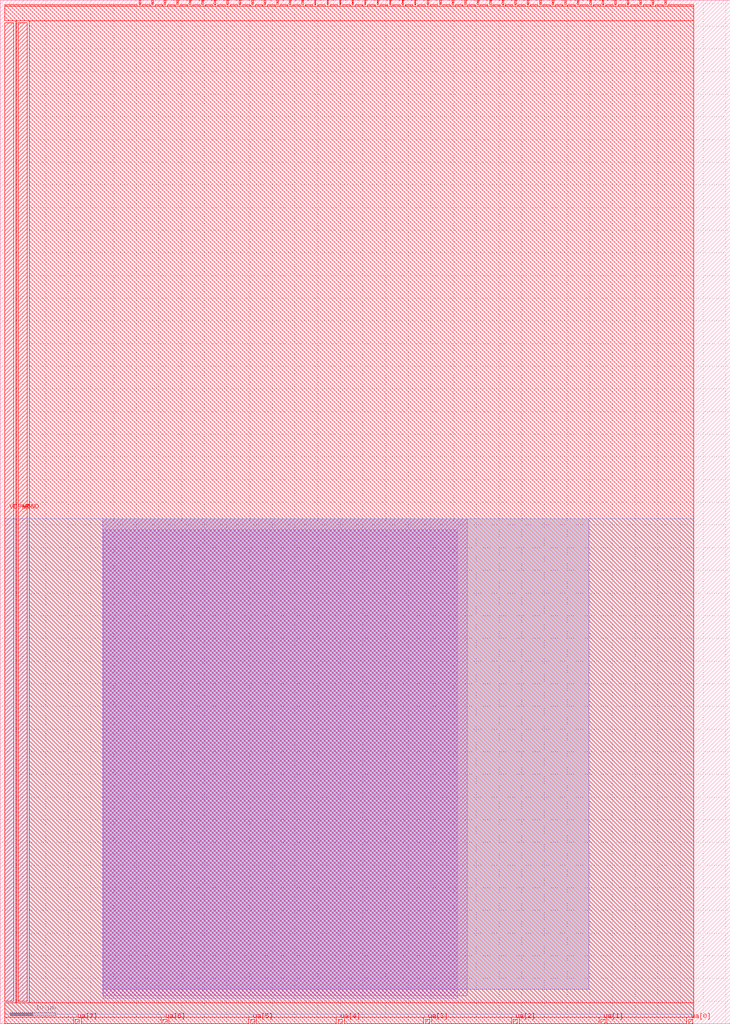
<source format=lef>
VERSION 5.7 ;
  NOWIREEXTENSIONATPIN ON ;
  DIVIDERCHAR "/" ;
  BUSBITCHARS "[]" ;
MACRO tt_um_tt05_analog_test
  CLASS BLOCK ;
  FOREIGN tt_um_tt05_analog_test ;
  ORIGIN 0.000 0.000 ;
  SIZE 161.000 BY 225.760 ;
  PIN clk
    DIRECTION INPUT ;
    USE SIGNAL ;
    PORT
      LAYER met4 ;
        RECT 143.830 224.760 144.130 225.760 ;
    END
  END clk
  PIN ena
    DIRECTION INPUT ;
    USE SIGNAL ;
    PORT
      LAYER met4 ;
        RECT 146.590 224.760 146.890 225.760 ;
    END
  END ena
  PIN rst_n
    DIRECTION INPUT ;
    USE SIGNAL ;
    PORT
      LAYER met4 ;
        RECT 141.070 224.760 141.370 225.760 ;
    END
  END rst_n
  PIN ua[0]
    DIRECTION INOUT ;
    USE SIGNAL ;
    ANTENNADIFFAREA 17.400000 ;
    PORT
      LAYER met4 ;
        RECT 151.810 0.000 152.710 1.000 ;
    END
  END ua[0]
  PIN ua[1]
    DIRECTION INOUT ;
    USE SIGNAL ;
    ANTENNADIFFAREA 17.400000 ;
    PORT
      LAYER met4 ;
        RECT 132.490 0.000 133.390 1.000 ;
    END
  END ua[1]
  PIN ua[2]
    DIRECTION INOUT ;
    USE SIGNAL ;
    PORT
      LAYER met4 ;
        RECT 113.170 0.000 114.070 1.000 ;
    END
  END ua[2]
  PIN ua[3]
    DIRECTION INOUT ;
    USE SIGNAL ;
    PORT
      LAYER met4 ;
        RECT 93.850 0.000 94.750 1.000 ;
    END
  END ua[3]
  PIN ua[4]
    DIRECTION INOUT ;
    USE SIGNAL ;
    PORT
      LAYER met4 ;
        RECT 74.530 0.000 75.430 1.000 ;
    END
  END ua[4]
  PIN ua[5]
    DIRECTION INOUT ;
    USE SIGNAL ;
    PORT
      LAYER met4 ;
        RECT 55.210 0.000 56.110 1.000 ;
    END
  END ua[5]
  PIN ua[6]
    DIRECTION INOUT ;
    USE SIGNAL ;
    PORT
      LAYER met4 ;
        RECT 35.890 0.000 36.790 1.000 ;
    END
  END ua[6]
  PIN ua[7]
    DIRECTION INOUT ;
    USE SIGNAL ;
    PORT
      LAYER met4 ;
        RECT 16.570 0.000 17.470 1.000 ;
    END
  END ua[7]
  PIN ui_in[0]
    DIRECTION INPUT ;
    USE SIGNAL ;
    ANTENNAGATEAREA 7.500000 ;
    PORT
      LAYER met4 ;
        RECT 138.310 224.760 138.610 225.760 ;
    END
  END ui_in[0]
  PIN ui_in[1]
    DIRECTION INPUT ;
    USE SIGNAL ;
    ANTENNAGATEAREA 7.500000 ;
    PORT
      LAYER met4 ;
        RECT 135.550 224.760 135.850 225.760 ;
    END
  END ui_in[1]
  PIN ui_in[2]
    DIRECTION INPUT ;
    USE SIGNAL ;
    ANTENNAGATEAREA 7.500000 ;
    PORT
      LAYER met4 ;
        RECT 132.790 224.760 133.090 225.760 ;
    END
  END ui_in[2]
  PIN ui_in[3]
    DIRECTION INPUT ;
    USE SIGNAL ;
    ANTENNAGATEAREA 6.500000 ;
    PORT
      LAYER met4 ;
        RECT 130.030 224.760 130.330 225.760 ;
    END
  END ui_in[3]
  PIN ui_in[4]
    DIRECTION INPUT ;
    USE SIGNAL ;
    PORT
      LAYER met4 ;
        RECT 127.270 224.760 127.570 225.760 ;
    END
  END ui_in[4]
  PIN ui_in[5]
    DIRECTION INPUT ;
    USE SIGNAL ;
    ANTENNAGATEAREA 6.500000 ;
    PORT
      LAYER met4 ;
        RECT 124.510 224.760 124.810 225.760 ;
    END
  END ui_in[5]
  PIN ui_in[6]
    DIRECTION INPUT ;
    USE SIGNAL ;
    ANTENNAGATEAREA 10.000000 ;
    PORT
      LAYER met4 ;
        RECT 121.750 224.760 122.050 225.760 ;
    END
  END ui_in[6]
  PIN ui_in[7]
    DIRECTION INPUT ;
    USE SIGNAL ;
    ANTENNAGATEAREA 6.500000 ;
    PORT
      LAYER met4 ;
        RECT 118.990 224.760 119.290 225.760 ;
    END
  END ui_in[7]
  PIN uio_in[0]
    DIRECTION INPUT ;
    USE SIGNAL ;
    PORT
      LAYER met4 ;
        RECT 116.230 224.760 116.530 225.760 ;
    END
  END uio_in[0]
  PIN uio_in[1]
    DIRECTION INPUT ;
    USE SIGNAL ;
    PORT
      LAYER met4 ;
        RECT 113.470 224.760 113.770 225.760 ;
    END
  END uio_in[1]
  PIN uio_in[2]
    DIRECTION INPUT ;
    USE SIGNAL ;
    PORT
      LAYER met4 ;
        RECT 110.710 224.760 111.010 225.760 ;
    END
  END uio_in[2]
  PIN uio_in[3]
    DIRECTION INPUT ;
    USE SIGNAL ;
    PORT
      LAYER met4 ;
        RECT 107.950 224.760 108.250 225.760 ;
    END
  END uio_in[3]
  PIN uio_in[4]
    DIRECTION INPUT ;
    USE SIGNAL ;
    PORT
      LAYER met4 ;
        RECT 105.190 224.760 105.490 225.760 ;
    END
  END uio_in[4]
  PIN uio_in[5]
    DIRECTION INPUT ;
    USE SIGNAL ;
    PORT
      LAYER met4 ;
        RECT 102.430 224.760 102.730 225.760 ;
    END
  END uio_in[5]
  PIN uio_in[6]
    DIRECTION INPUT ;
    USE SIGNAL ;
    PORT
      LAYER met4 ;
        RECT 99.670 224.760 99.970 225.760 ;
    END
  END uio_in[6]
  PIN uio_in[7]
    DIRECTION INPUT ;
    USE SIGNAL ;
    PORT
      LAYER met4 ;
        RECT 96.910 224.760 97.210 225.760 ;
    END
  END uio_in[7]
  PIN uio_oe[0]
    DIRECTION OUTPUT ;
    USE SIGNAL ;
    ANTENNAGATEAREA 7.500000 ;
    ANTENNADIFFAREA 140.291000 ;
    PORT
      LAYER met4 ;
        RECT 49.990 224.760 50.290 225.760 ;
    END
  END uio_oe[0]
  PIN uio_oe[1]
    DIRECTION OUTPUT ;
    USE SIGNAL ;
    ANTENNAGATEAREA 7.500000 ;
    ANTENNADIFFAREA 140.291000 ;
    PORT
      LAYER met4 ;
        RECT 47.230 224.760 47.530 225.760 ;
    END
  END uio_oe[1]
  PIN uio_oe[2]
    DIRECTION OUTPUT ;
    USE SIGNAL ;
    ANTENNAGATEAREA 7.500000 ;
    ANTENNADIFFAREA 140.291000 ;
    PORT
      LAYER met4 ;
        RECT 44.470 224.760 44.770 225.760 ;
    END
  END uio_oe[2]
  PIN uio_oe[3]
    DIRECTION OUTPUT ;
    USE SIGNAL ;
    ANTENNAGATEAREA 7.500000 ;
    ANTENNADIFFAREA 140.291000 ;
    PORT
      LAYER met4 ;
        RECT 41.710 224.760 42.010 225.760 ;
    END
  END uio_oe[3]
  PIN uio_oe[4]
    DIRECTION OUTPUT ;
    USE SIGNAL ;
    ANTENNAGATEAREA 7.500000 ;
    ANTENNADIFFAREA 140.291000 ;
    PORT
      LAYER met4 ;
        RECT 38.950 224.760 39.250 225.760 ;
    END
  END uio_oe[4]
  PIN uio_oe[5]
    DIRECTION OUTPUT ;
    USE SIGNAL ;
    ANTENNAGATEAREA 7.500000 ;
    ANTENNADIFFAREA 140.291000 ;
    PORT
      LAYER met4 ;
        RECT 36.190 224.760 36.490 225.760 ;
    END
  END uio_oe[5]
  PIN uio_oe[6]
    DIRECTION OUTPUT ;
    USE SIGNAL ;
    ANTENNAGATEAREA 7.500000 ;
    ANTENNADIFFAREA 140.291000 ;
    PORT
      LAYER met4 ;
        RECT 33.430 224.760 33.730 225.760 ;
    END
  END uio_oe[6]
  PIN uio_oe[7]
    DIRECTION OUTPUT ;
    USE SIGNAL ;
    ANTENNAGATEAREA 7.500000 ;
    ANTENNADIFFAREA 140.291000 ;
    PORT
      LAYER met4 ;
        RECT 30.670 224.760 30.970 225.760 ;
    END
  END uio_oe[7]
  PIN uio_out[0]
    DIRECTION OUTPUT ;
    USE SIGNAL ;
    ANTENNAGATEAREA 7.500000 ;
    ANTENNADIFFAREA 140.291000 ;
    PORT
      LAYER met4 ;
        RECT 72.070 224.760 72.370 225.760 ;
    END
  END uio_out[0]
  PIN uio_out[1]
    DIRECTION OUTPUT ;
    USE SIGNAL ;
    ANTENNAGATEAREA 7.500000 ;
    ANTENNADIFFAREA 140.291000 ;
    PORT
      LAYER met4 ;
        RECT 69.310 224.760 69.610 225.760 ;
    END
  END uio_out[1]
  PIN uio_out[2]
    DIRECTION OUTPUT ;
    USE SIGNAL ;
    ANTENNAGATEAREA 7.500000 ;
    ANTENNADIFFAREA 140.291000 ;
    PORT
      LAYER met4 ;
        RECT 66.550 224.760 66.850 225.760 ;
    END
  END uio_out[2]
  PIN uio_out[3]
    DIRECTION OUTPUT ;
    USE SIGNAL ;
    ANTENNAGATEAREA 7.500000 ;
    ANTENNADIFFAREA 140.291000 ;
    PORT
      LAYER met4 ;
        RECT 63.790 224.760 64.090 225.760 ;
    END
  END uio_out[3]
  PIN uio_out[4]
    DIRECTION OUTPUT ;
    USE SIGNAL ;
    ANTENNAGATEAREA 7.500000 ;
    ANTENNADIFFAREA 140.291000 ;
    PORT
      LAYER met4 ;
        RECT 61.030 224.760 61.330 225.760 ;
    END
  END uio_out[4]
  PIN uio_out[5]
    DIRECTION OUTPUT ;
    USE SIGNAL ;
    ANTENNAGATEAREA 7.500000 ;
    ANTENNADIFFAREA 140.291000 ;
    PORT
      LAYER met4 ;
        RECT 58.270 224.760 58.570 225.760 ;
    END
  END uio_out[5]
  PIN uio_out[6]
    DIRECTION OUTPUT ;
    USE SIGNAL ;
    ANTENNAGATEAREA 7.500000 ;
    ANTENNADIFFAREA 140.291000 ;
    PORT
      LAYER met4 ;
        RECT 55.510 224.760 55.810 225.760 ;
    END
  END uio_out[6]
  PIN uio_out[7]
    DIRECTION OUTPUT ;
    USE SIGNAL ;
    ANTENNAGATEAREA 7.500000 ;
    ANTENNADIFFAREA 140.291000 ;
    PORT
      LAYER met4 ;
        RECT 52.750 224.760 53.050 225.760 ;
    END
  END uio_out[7]
  PIN uo_out[0]
    DIRECTION OUTPUT ;
    USE SIGNAL ;
    ANTENNAGATEAREA 7.500000 ;
    ANTENNADIFFAREA 140.291000 ;
    PORT
      LAYER met4 ;
        RECT 94.150 224.760 94.450 225.760 ;
    END
  END uo_out[0]
  PIN uo_out[1]
    DIRECTION OUTPUT ;
    USE SIGNAL ;
    ANTENNAGATEAREA 7.500000 ;
    ANTENNADIFFAREA 140.291000 ;
    PORT
      LAYER met4 ;
        RECT 91.390 224.760 91.690 225.760 ;
    END
  END uo_out[1]
  PIN uo_out[2]
    DIRECTION OUTPUT ;
    USE SIGNAL ;
    ANTENNAGATEAREA 7.500000 ;
    ANTENNADIFFAREA 140.291000 ;
    PORT
      LAYER met4 ;
        RECT 88.630 224.760 88.930 225.760 ;
    END
  END uo_out[2]
  PIN uo_out[3]
    DIRECTION OUTPUT ;
    USE SIGNAL ;
    ANTENNAGATEAREA 7.500000 ;
    ANTENNADIFFAREA 140.291000 ;
    PORT
      LAYER met4 ;
        RECT 85.870 224.760 86.170 225.760 ;
    END
  END uo_out[3]
  PIN uo_out[4]
    DIRECTION OUTPUT ;
    USE SIGNAL ;
    ANTENNAGATEAREA 7.500000 ;
    ANTENNADIFFAREA 140.291000 ;
    PORT
      LAYER met4 ;
        RECT 83.110 224.760 83.410 225.760 ;
    END
  END uo_out[4]
  PIN uo_out[5]
    DIRECTION OUTPUT ;
    USE SIGNAL ;
    ANTENNAGATEAREA 7.500000 ;
    ANTENNADIFFAREA 140.291000 ;
    PORT
      LAYER met4 ;
        RECT 80.350 224.760 80.650 225.760 ;
    END
  END uo_out[5]
  PIN uo_out[6]
    DIRECTION OUTPUT ;
    USE SIGNAL ;
    ANTENNAGATEAREA 7.500000 ;
    ANTENNADIFFAREA 140.291000 ;
    PORT
      LAYER met4 ;
        RECT 77.590 224.760 77.890 225.760 ;
    END
  END uo_out[6]
  PIN uo_out[7]
    DIRECTION OUTPUT ;
    USE SIGNAL ;
    ANTENNAGATEAREA 7.500000 ;
    ANTENNADIFFAREA 140.291000 ;
    PORT
      LAYER met4 ;
        RECT 74.830 224.760 75.130 225.760 ;
    END
  END uo_out[7]
  PIN VDPWR
    DIRECTION INOUT ;
    USE POWER ;
    PORT
      LAYER met4 ;
        RECT 1.000 5.000 3.000 220.760 ;
    END
  END VDPWR
  PIN VGND
    DIRECTION INOUT ;
    USE GROUND ;
    PORT
      LAYER met4 ;
        RECT 4.000 5.000 6.000 220.760 ;
    END
  END VGND
  OBS
      LAYER li1 ;
        RECT 22.730 5.645 100.840 108.945 ;
      LAYER met1 ;
        RECT 22.625 6.165 102.990 111.400 ;
      LAYER met2 ;
        RECT 22.600 7.570 129.800 111.400 ;
      LAYER met3 ;
        RECT 0.975 2.100 152.970 111.400 ;
      LAYER met4 ;
        RECT 1.000 224.360 30.270 224.760 ;
        RECT 31.370 224.360 33.030 224.760 ;
        RECT 34.130 224.360 35.790 224.760 ;
        RECT 36.890 224.360 38.550 224.760 ;
        RECT 39.650 224.360 41.310 224.760 ;
        RECT 42.410 224.360 44.070 224.760 ;
        RECT 45.170 224.360 46.830 224.760 ;
        RECT 47.930 224.360 49.590 224.760 ;
        RECT 50.690 224.360 52.350 224.760 ;
        RECT 53.450 224.360 55.110 224.760 ;
        RECT 56.210 224.360 57.870 224.760 ;
        RECT 58.970 224.360 60.630 224.760 ;
        RECT 61.730 224.360 63.390 224.760 ;
        RECT 64.490 224.360 66.150 224.760 ;
        RECT 67.250 224.360 68.910 224.760 ;
        RECT 70.010 224.360 71.670 224.760 ;
        RECT 72.770 224.360 74.430 224.760 ;
        RECT 75.530 224.360 77.190 224.760 ;
        RECT 78.290 224.360 79.950 224.760 ;
        RECT 81.050 224.360 82.710 224.760 ;
        RECT 83.810 224.360 85.470 224.760 ;
        RECT 86.570 224.360 88.230 224.760 ;
        RECT 89.330 224.360 90.990 224.760 ;
        RECT 92.090 224.360 93.750 224.760 ;
        RECT 94.850 224.360 96.510 224.760 ;
        RECT 97.610 224.360 99.270 224.760 ;
        RECT 100.370 224.360 102.030 224.760 ;
        RECT 103.130 224.360 104.790 224.760 ;
        RECT 105.890 224.360 107.550 224.760 ;
        RECT 108.650 224.360 110.310 224.760 ;
        RECT 111.410 224.360 113.070 224.760 ;
        RECT 114.170 224.360 115.830 224.760 ;
        RECT 116.930 224.360 118.590 224.760 ;
        RECT 119.690 224.360 121.350 224.760 ;
        RECT 122.450 224.360 124.110 224.760 ;
        RECT 125.210 224.360 126.870 224.760 ;
        RECT 127.970 224.360 129.630 224.760 ;
        RECT 130.730 224.360 132.390 224.760 ;
        RECT 133.490 224.360 135.150 224.760 ;
        RECT 136.250 224.360 137.910 224.760 ;
        RECT 139.010 224.360 140.670 224.760 ;
        RECT 141.770 224.360 143.430 224.760 ;
        RECT 144.530 224.360 146.190 224.760 ;
        RECT 147.290 224.360 152.925 224.760 ;
        RECT 1.000 221.160 152.925 224.360 ;
        RECT 3.400 4.600 3.600 221.160 ;
        RECT 6.400 4.600 152.925 221.160 ;
        RECT 1.000 1.400 152.925 4.600 ;
        RECT 1.000 0.000 16.170 1.400 ;
        RECT 17.870 0.000 35.490 1.400 ;
        RECT 37.190 0.000 54.810 1.400 ;
        RECT 56.510 0.000 74.130 1.400 ;
        RECT 75.830 0.000 93.450 1.400 ;
        RECT 95.150 0.000 112.770 1.400 ;
        RECT 114.470 0.000 132.090 1.400 ;
        RECT 133.790 0.000 151.410 1.400 ;
  END
END tt_um_tt05_analog_test
END LIBRARY


</source>
